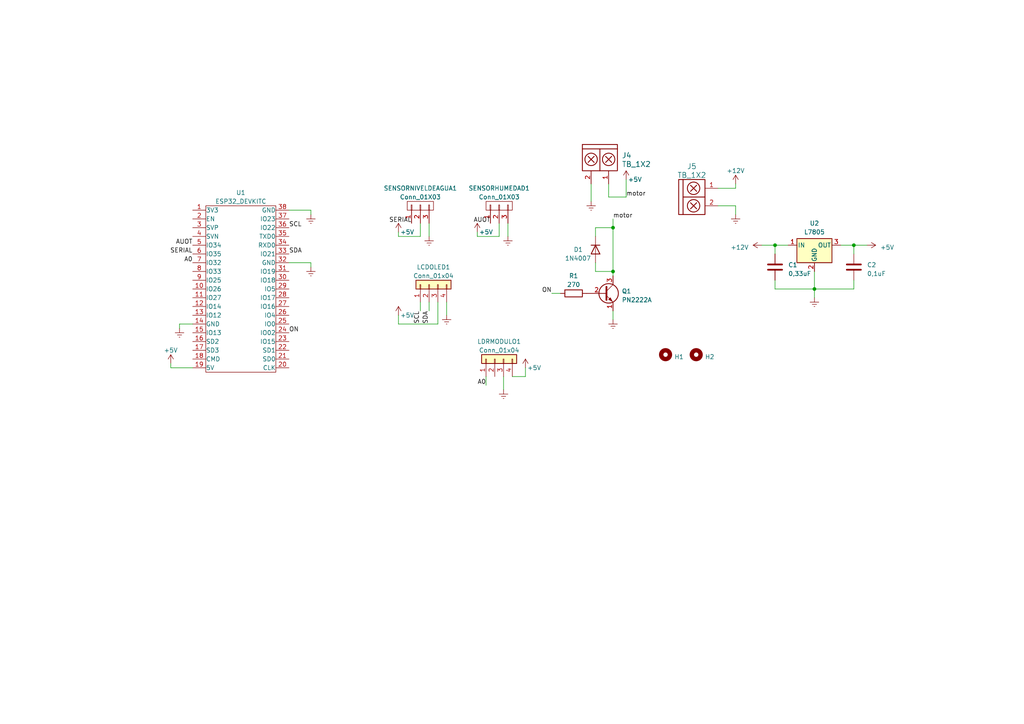
<source format=kicad_sch>
(kicad_sch (version 20230121) (generator eeschema)

  (uuid 95f6a210-5d10-43c2-9842-1e5a2410688b)

  (paper "A4")

  (lib_symbols
    (symbol "Device:C" (pin_numbers hide) (pin_names (offset 0.254)) (in_bom yes) (on_board yes)
      (property "Reference" "C" (at 0.635 2.54 0)
        (effects (font (size 1.27 1.27)) (justify left))
      )
      (property "Value" "C" (at 0.635 -2.54 0)
        (effects (font (size 1.27 1.27)) (justify left))
      )
      (property "Footprint" "" (at 0.9652 -3.81 0)
        (effects (font (size 1.27 1.27)) hide)
      )
      (property "Datasheet" "~" (at 0 0 0)
        (effects (font (size 1.27 1.27)) hide)
      )
      (property "ki_keywords" "cap capacitor" (at 0 0 0)
        (effects (font (size 1.27 1.27)) hide)
      )
      (property "ki_description" "Unpolarized capacitor" (at 0 0 0)
        (effects (font (size 1.27 1.27)) hide)
      )
      (property "ki_fp_filters" "C_*" (at 0 0 0)
        (effects (font (size 1.27 1.27)) hide)
      )
      (symbol "C_0_1"
        (polyline
          (pts
            (xy -2.032 -0.762)
            (xy 2.032 -0.762)
          )
          (stroke (width 0.508) (type default))
          (fill (type none))
        )
        (polyline
          (pts
            (xy -2.032 0.762)
            (xy 2.032 0.762)
          )
          (stroke (width 0.508) (type default))
          (fill (type none))
        )
      )
      (symbol "C_1_1"
        (pin passive line (at 0 3.81 270) (length 2.794)
          (name "~" (effects (font (size 1.27 1.27))))
          (number "1" (effects (font (size 1.27 1.27))))
        )
        (pin passive line (at 0 -3.81 90) (length 2.794)
          (name "~" (effects (font (size 1.27 1.27))))
          (number "2" (effects (font (size 1.27 1.27))))
        )
      )
    )
    (symbol "Device:R" (pin_numbers hide) (pin_names (offset 0)) (in_bom yes) (on_board yes)
      (property "Reference" "R" (at 2.032 0 90)
        (effects (font (size 1.27 1.27)))
      )
      (property "Value" "R" (at 0 0 90)
        (effects (font (size 1.27 1.27)))
      )
      (property "Footprint" "" (at -1.778 0 90)
        (effects (font (size 1.27 1.27)) hide)
      )
      (property "Datasheet" "~" (at 0 0 0)
        (effects (font (size 1.27 1.27)) hide)
      )
      (property "ki_keywords" "R res resistor" (at 0 0 0)
        (effects (font (size 1.27 1.27)) hide)
      )
      (property "ki_description" "Resistor" (at 0 0 0)
        (effects (font (size 1.27 1.27)) hide)
      )
      (property "ki_fp_filters" "R_*" (at 0 0 0)
        (effects (font (size 1.27 1.27)) hide)
      )
      (symbol "R_0_1"
        (rectangle (start -1.016 -2.54) (end 1.016 2.54)
          (stroke (width 0.254) (type default))
          (fill (type none))
        )
      )
      (symbol "R_1_1"
        (pin passive line (at 0 3.81 270) (length 1.27)
          (name "~" (effects (font (size 1.27 1.27))))
          (number "1" (effects (font (size 1.27 1.27))))
        )
        (pin passive line (at 0 -3.81 90) (length 1.27)
          (name "~" (effects (font (size 1.27 1.27))))
          (number "2" (effects (font (size 1.27 1.27))))
        )
      )
    )
    (symbol "Diode:1N4007" (pin_numbers hide) (pin_names hide) (in_bom yes) (on_board yes)
      (property "Reference" "D" (at 0 2.54 0)
        (effects (font (size 1.27 1.27)))
      )
      (property "Value" "1N4007" (at 0 -2.54 0)
        (effects (font (size 1.27 1.27)))
      )
      (property "Footprint" "Diode_THT:D_DO-41_SOD81_P10.16mm_Horizontal" (at 0 -4.445 0)
        (effects (font (size 1.27 1.27)) hide)
      )
      (property "Datasheet" "http://www.vishay.com/docs/88503/1n4001.pdf" (at 0 0 0)
        (effects (font (size 1.27 1.27)) hide)
      )
      (property "Sim.Device" "D" (at 0 0 0)
        (effects (font (size 1.27 1.27)) hide)
      )
      (property "Sim.Pins" "1=K 2=A" (at 0 0 0)
        (effects (font (size 1.27 1.27)) hide)
      )
      (property "ki_keywords" "diode" (at 0 0 0)
        (effects (font (size 1.27 1.27)) hide)
      )
      (property "ki_description" "1000V 1A General Purpose Rectifier Diode, DO-41" (at 0 0 0)
        (effects (font (size 1.27 1.27)) hide)
      )
      (property "ki_fp_filters" "D*DO?41*" (at 0 0 0)
        (effects (font (size 1.27 1.27)) hide)
      )
      (symbol "1N4007_0_1"
        (polyline
          (pts
            (xy -1.27 1.27)
            (xy -1.27 -1.27)
          )
          (stroke (width 0.254) (type default))
          (fill (type none))
        )
        (polyline
          (pts
            (xy 1.27 0)
            (xy -1.27 0)
          )
          (stroke (width 0) (type default))
          (fill (type none))
        )
        (polyline
          (pts
            (xy 1.27 1.27)
            (xy 1.27 -1.27)
            (xy -1.27 0)
            (xy 1.27 1.27)
          )
          (stroke (width 0.254) (type default))
          (fill (type none))
        )
      )
      (symbol "1N4007_1_1"
        (pin passive line (at -3.81 0 0) (length 2.54)
          (name "K" (effects (font (size 1.27 1.27))))
          (number "1" (effects (font (size 1.27 1.27))))
        )
        (pin passive line (at 3.81 0 180) (length 2.54)
          (name "A" (effects (font (size 1.27 1.27))))
          (number "2" (effects (font (size 1.27 1.27))))
        )
      )
    )
    (symbol "Regulator_Linear:L7805" (pin_names (offset 0.254)) (in_bom yes) (on_board yes)
      (property "Reference" "U" (at -3.81 3.175 0)
        (effects (font (size 1.27 1.27)))
      )
      (property "Value" "L7805" (at 0 3.175 0)
        (effects (font (size 1.27 1.27)) (justify left))
      )
      (property "Footprint" "" (at 0.635 -3.81 0)
        (effects (font (size 1.27 1.27) italic) (justify left) hide)
      )
      (property "Datasheet" "http://www.st.com/content/ccc/resource/technical/document/datasheet/41/4f/b3/b0/12/d4/47/88/CD00000444.pdf/files/CD00000444.pdf/jcr:content/translations/en.CD00000444.pdf" (at 0 -1.27 0)
        (effects (font (size 1.27 1.27)) hide)
      )
      (property "ki_keywords" "Voltage Regulator 1.5A Positive" (at 0 0 0)
        (effects (font (size 1.27 1.27)) hide)
      )
      (property "ki_description" "Positive 1.5A 35V Linear Regulator, Fixed Output 5V, TO-220/TO-263/TO-252" (at 0 0 0)
        (effects (font (size 1.27 1.27)) hide)
      )
      (property "ki_fp_filters" "TO?252* TO?263* TO?220*" (at 0 0 0)
        (effects (font (size 1.27 1.27)) hide)
      )
      (symbol "L7805_0_1"
        (rectangle (start -5.08 1.905) (end 5.08 -5.08)
          (stroke (width 0.254) (type default))
          (fill (type background))
        )
      )
      (symbol "L7805_1_1"
        (pin power_in line (at -7.62 0 0) (length 2.54)
          (name "IN" (effects (font (size 1.27 1.27))))
          (number "1" (effects (font (size 1.27 1.27))))
        )
        (pin power_in line (at 0 -7.62 90) (length 2.54)
          (name "GND" (effects (font (size 1.27 1.27))))
          (number "2" (effects (font (size 1.27 1.27))))
        )
        (pin power_out line (at 7.62 0 180) (length 2.54)
          (name "OUT" (effects (font (size 1.27 1.27))))
          (number "3" (effects (font (size 1.27 1.27))))
        )
      )
    )
    (symbol "Transistor_BJT:2N3904" (pin_names (offset 0) hide) (in_bom yes) (on_board yes)
      (property "Reference" "Q" (at 5.08 1.905 0)
        (effects (font (size 1.27 1.27)) (justify left))
      )
      (property "Value" "2N3904" (at 5.08 0 0)
        (effects (font (size 1.27 1.27)) (justify left))
      )
      (property "Footprint" "Package_TO_SOT_THT:TO-92_Inline" (at 5.08 -1.905 0)
        (effects (font (size 1.27 1.27) italic) (justify left) hide)
      )
      (property "Datasheet" "https://www.onsemi.com/pub/Collateral/2N3903-D.PDF" (at 0 0 0)
        (effects (font (size 1.27 1.27)) (justify left) hide)
      )
      (property "ki_keywords" "NPN Transistor" (at 0 0 0)
        (effects (font (size 1.27 1.27)) hide)
      )
      (property "ki_description" "0.2A Ic, 40V Vce, Small Signal NPN Transistor, TO-92" (at 0 0 0)
        (effects (font (size 1.27 1.27)) hide)
      )
      (property "ki_fp_filters" "TO?92*" (at 0 0 0)
        (effects (font (size 1.27 1.27)) hide)
      )
      (symbol "2N3904_0_1"
        (polyline
          (pts
            (xy 0.635 0.635)
            (xy 2.54 2.54)
          )
          (stroke (width 0) (type default))
          (fill (type none))
        )
        (polyline
          (pts
            (xy 0.635 -0.635)
            (xy 2.54 -2.54)
            (xy 2.54 -2.54)
          )
          (stroke (width 0) (type default))
          (fill (type none))
        )
        (polyline
          (pts
            (xy 0.635 1.905)
            (xy 0.635 -1.905)
            (xy 0.635 -1.905)
          )
          (stroke (width 0.508) (type default))
          (fill (type none))
        )
        (polyline
          (pts
            (xy 1.27 -1.778)
            (xy 1.778 -1.27)
            (xy 2.286 -2.286)
            (xy 1.27 -1.778)
            (xy 1.27 -1.778)
          )
          (stroke (width 0) (type default))
          (fill (type outline))
        )
        (circle (center 1.27 0) (radius 2.8194)
          (stroke (width 0.254) (type default))
          (fill (type none))
        )
      )
      (symbol "2N3904_1_1"
        (pin passive line (at 2.54 -5.08 90) (length 2.54)
          (name "E" (effects (font (size 1.27 1.27))))
          (number "1" (effects (font (size 1.27 1.27))))
        )
        (pin passive line (at -5.08 0 0) (length 5.715)
          (name "B" (effects (font (size 1.27 1.27))))
          (number "2" (effects (font (size 1.27 1.27))))
        )
        (pin passive line (at 2.54 5.08 270) (length 2.54)
          (name "C" (effects (font (size 1.27 1.27))))
          (number "3" (effects (font (size 1.27 1.27))))
        )
      )
    )
    (symbol "eestn5:Conn_01X03" (pin_names (offset 1.016) hide) (in_bom yes) (on_board yes)
      (property "Reference" "J" (at 0 5.08 0)
        (effects (font (size 1.27 1.27)))
      )
      (property "Value" "Conn_01X03" (at 0 -5.08 0)
        (effects (font (size 1.27 1.27)))
      )
      (property "Footprint" "" (at 0 0 0)
        (effects (font (size 1.27 1.27)) hide)
      )
      (property "Datasheet" "" (at 0 0 0)
        (effects (font (size 1.27 1.27)) hide)
      )
      (property "ki_keywords" "connector" (at 0 0 0)
        (effects (font (size 1.27 1.27)) hide)
      )
      (property "ki_description" "Connector, single row, 01x03, pin header" (at 0 0 0)
        (effects (font (size 1.27 1.27)) hide)
      )
      (property "ki_fp_filters" "pin* header*" (at 0 0 0)
        (effects (font (size 1.27 1.27)) hide)
      )
      (symbol "Conn_01X03_0_1"
        (rectangle (start -1.27 -2.413) (end 0.254 -2.667)
          (stroke (width 0) (type solid))
          (fill (type none))
        )
        (rectangle (start -1.27 0.127) (end 0.254 -0.127)
          (stroke (width 0) (type solid))
          (fill (type none))
        )
        (rectangle (start -1.27 2.667) (end 0.254 2.413)
          (stroke (width 0) (type solid))
          (fill (type none))
        )
        (rectangle (start -1.27 3.81) (end 1.27 -3.81)
          (stroke (width 0) (type solid))
          (fill (type none))
        )
      )
      (symbol "Conn_01X03_1_1"
        (pin passive line (at -5.08 2.54 0) (length 3.81)
          (name "P1" (effects (font (size 1.27 1.27))))
          (number "1" (effects (font (size 1.27 1.27))))
        )
        (pin passive line (at -5.08 0 0) (length 3.81)
          (name "P2" (effects (font (size 1.27 1.27))))
          (number "2" (effects (font (size 1.27 1.27))))
        )
        (pin passive line (at -5.08 -2.54 0) (length 3.81)
          (name "P3" (effects (font (size 1.27 1.27))))
          (number "3" (effects (font (size 1.27 1.27))))
        )
      )
    )
    (symbol "eestn5:Conn_01x04" (pin_names (offset 1.016) hide) (in_bom yes) (on_board yes)
      (property "Reference" "J" (at 0 5.08 0)
        (effects (font (size 1.27 1.27)))
      )
      (property "Value" "Conn_01x04" (at 0 -7.62 0)
        (effects (font (size 1.27 1.27)))
      )
      (property "Footprint" "" (at 0 0 0)
        (effects (font (size 1.27 1.27)) hide)
      )
      (property "Datasheet" "~" (at 0 0 0)
        (effects (font (size 1.27 1.27)) hide)
      )
      (property "ki_keywords" "connector" (at 0 0 0)
        (effects (font (size 1.27 1.27)) hide)
      )
      (property "ki_description" "Generic connector, single row, 01x04" (at 0 0 0)
        (effects (font (size 1.27 1.27)) hide)
      )
      (property "ki_fp_filters" "pin* header*" (at 0 0 0)
        (effects (font (size 1.27 1.27)) hide)
      )
      (symbol "Conn_01x04_1_1"
        (rectangle (start -1.27 -4.953) (end 0 -5.207)
          (stroke (width 0.1524) (type solid))
          (fill (type none))
        )
        (rectangle (start -1.27 -2.413) (end 0 -2.667)
          (stroke (width 0.1524) (type solid))
          (fill (type none))
        )
        (rectangle (start -1.27 0.127) (end 0 -0.127)
          (stroke (width 0.1524) (type solid))
          (fill (type none))
        )
        (rectangle (start -1.27 2.667) (end 0 2.413)
          (stroke (width 0.1524) (type solid))
          (fill (type none))
        )
        (rectangle (start -1.27 3.81) (end 1.27 -6.35)
          (stroke (width 0.254) (type solid))
          (fill (type background))
        )
        (pin passive line (at -5.08 2.54 0) (length 3.81)
          (name "Pin_1" (effects (font (size 1.27 1.27))))
          (number "1" (effects (font (size 1.27 1.27))))
        )
        (pin passive line (at -5.08 0 0) (length 3.81)
          (name "Pin_2" (effects (font (size 1.27 1.27))))
          (number "2" (effects (font (size 1.27 1.27))))
        )
        (pin passive line (at -5.08 -2.54 0) (length 3.81)
          (name "Pin_3" (effects (font (size 1.27 1.27))))
          (number "3" (effects (font (size 1.27 1.27))))
        )
        (pin passive line (at -5.08 -5.08 0) (length 3.81)
          (name "Pin_4" (effects (font (size 1.27 1.27))))
          (number "4" (effects (font (size 1.27 1.27))))
        )
      )
    )
    (symbol "eestn5:ESP32_DEVKITC" (pin_names (offset 0.0254)) (in_bom yes) (on_board yes)
      (property "Reference" "U" (at 0 25.4 0)
        (effects (font (size 1.27 1.27)))
      )
      (property "Value" "ESP32_DEVKITC" (at 0 -25.4 0)
        (effects (font (size 1.27 1.27)))
      )
      (property "Footprint" "" (at -7.62 -25.4 0)
        (effects (font (size 1.27 1.27)) hide)
      )
      (property "Datasheet" "" (at -7.62 -25.4 0)
        (effects (font (size 1.27 1.27)) hide)
      )
      (property "ki_description" "ESP32-DEVKITC" (at 0 0 0)
        (effects (font (size 1.27 1.27)) hide)
      )
      (property "ki_fp_filters" "ESP32*" (at 0 0 0)
        (effects (font (size 1.27 1.27)) hide)
      )
      (symbol "ESP32_DEVKITC_0_1"
        (rectangle (start -10.16 24.13) (end 10.16 -24.13)
          (stroke (width 0) (type solid))
          (fill (type none))
        )
      )
      (symbol "ESP32_DEVKITC_1_1"
        (pin passive line (at -13.97 22.86 0) (length 3.81)
          (name "3V3" (effects (font (size 1.27 1.27))))
          (number "1" (effects (font (size 1.27 1.27))))
        )
        (pin passive line (at -13.97 0 0) (length 3.81)
          (name "IO26" (effects (font (size 1.27 1.27))))
          (number "10" (effects (font (size 1.27 1.27))))
        )
        (pin passive line (at -13.97 -2.54 0) (length 3.81)
          (name "IO27" (effects (font (size 1.27 1.27))))
          (number "11" (effects (font (size 1.27 1.27))))
        )
        (pin passive line (at -13.97 -5.08 0) (length 3.81)
          (name "IO14" (effects (font (size 1.27 1.27))))
          (number "12" (effects (font (size 1.27 1.27))))
        )
        (pin passive line (at -13.97 -7.62 0) (length 3.81)
          (name "IO12" (effects (font (size 1.27 1.27))))
          (number "13" (effects (font (size 1.27 1.27))))
        )
        (pin passive line (at -13.97 -10.16 0) (length 3.81)
          (name "GND" (effects (font (size 1.27 1.27))))
          (number "14" (effects (font (size 1.27 1.27))))
        )
        (pin passive line (at -13.97 -12.7 0) (length 3.81)
          (name "IO13" (effects (font (size 1.27 1.27))))
          (number "15" (effects (font (size 1.27 1.27))))
        )
        (pin passive line (at -13.97 -15.24 0) (length 3.81)
          (name "SD2" (effects (font (size 1.27 1.27))))
          (number "16" (effects (font (size 1.27 1.27))))
        )
        (pin passive line (at -13.97 -17.78 0) (length 3.81)
          (name "SD3" (effects (font (size 1.27 1.27))))
          (number "17" (effects (font (size 1.27 1.27))))
        )
        (pin passive line (at -13.97 -20.32 0) (length 3.81)
          (name "CMD" (effects (font (size 1.27 1.27))))
          (number "18" (effects (font (size 1.27 1.27))))
        )
        (pin passive line (at -13.97 -22.86 0) (length 3.81)
          (name "5V" (effects (font (size 1.27 1.27))))
          (number "19" (effects (font (size 1.27 1.27))))
        )
        (pin passive line (at -13.97 20.32 0) (length 3.81)
          (name "EN" (effects (font (size 1.27 1.27))))
          (number "2" (effects (font (size 1.27 1.27))))
        )
        (pin passive line (at 13.97 -22.86 180) (length 3.81)
          (name "CLK" (effects (font (size 1.27 1.27))))
          (number "20" (effects (font (size 1.27 1.27))))
        )
        (pin passive line (at 13.97 -20.32 180) (length 3.81)
          (name "SD0" (effects (font (size 1.27 1.27))))
          (number "21" (effects (font (size 1.27 1.27))))
        )
        (pin passive line (at 13.97 -17.78 180) (length 3.81)
          (name "SD1" (effects (font (size 1.27 1.27))))
          (number "22" (effects (font (size 1.27 1.27))))
        )
        (pin passive line (at 13.97 -15.24 180) (length 3.81)
          (name "IO15" (effects (font (size 1.27 1.27))))
          (number "23" (effects (font (size 1.27 1.27))))
        )
        (pin passive line (at 13.97 -12.7 180) (length 3.81)
          (name "IO02" (effects (font (size 1.27 1.27))))
          (number "24" (effects (font (size 1.27 1.27))))
        )
        (pin passive line (at 13.97 -10.16 180) (length 3.81)
          (name "IO0" (effects (font (size 1.27 1.27))))
          (number "25" (effects (font (size 1.27 1.27))))
        )
        (pin passive line (at 13.97 -7.62 180) (length 3.81)
          (name "IO4" (effects (font (size 1.27 1.27))))
          (number "26" (effects (font (size 1.27 1.27))))
        )
        (pin passive line (at 13.97 -5.08 180) (length 3.81)
          (name "IO16" (effects (font (size 1.27 1.27))))
          (number "27" (effects (font (size 1.27 1.27))))
        )
        (pin passive line (at 13.97 -2.54 180) (length 3.81)
          (name "IO17" (effects (font (size 1.27 1.27))))
          (number "28" (effects (font (size 1.27 1.27))))
        )
        (pin passive line (at 13.97 0 180) (length 3.81)
          (name "IO5" (effects (font (size 1.27 1.27))))
          (number "29" (effects (font (size 1.27 1.27))))
        )
        (pin passive line (at -13.97 17.78 0) (length 3.81)
          (name "SVP" (effects (font (size 1.27 1.27))))
          (number "3" (effects (font (size 1.27 1.27))))
        )
        (pin passive line (at 13.97 2.54 180) (length 3.81)
          (name "IO18" (effects (font (size 1.27 1.27))))
          (number "30" (effects (font (size 1.27 1.27))))
        )
        (pin passive line (at 13.97 5.08 180) (length 3.81)
          (name "IO19" (effects (font (size 1.27 1.27))))
          (number "31" (effects (font (size 1.27 1.27))))
        )
        (pin passive line (at 13.97 7.62 180) (length 3.81)
          (name "GND" (effects (font (size 1.27 1.27))))
          (number "32" (effects (font (size 1.27 1.27))))
        )
        (pin passive line (at 13.97 10.16 180) (length 3.81)
          (name "IO21" (effects (font (size 1.27 1.27))))
          (number "33" (effects (font (size 1.27 1.27))))
        )
        (pin passive line (at 13.97 12.7 180) (length 3.81)
          (name "RXD0" (effects (font (size 1.27 1.27))))
          (number "34" (effects (font (size 1.27 1.27))))
        )
        (pin passive line (at 13.97 15.24 180) (length 3.81)
          (name "TXD0" (effects (font (size 1.27 1.27))))
          (number "35" (effects (font (size 1.27 1.27))))
        )
        (pin passive line (at 13.97 17.78 180) (length 3.81)
          (name "IO22" (effects (font (size 1.27 1.27))))
          (number "36" (effects (font (size 1.27 1.27))))
        )
        (pin passive line (at 13.97 20.32 180) (length 3.81)
          (name "IO23" (effects (font (size 1.27 1.27))))
          (number "37" (effects (font (size 1.27 1.27))))
        )
        (pin passive line (at 13.97 22.86 180) (length 3.81)
          (name "GND" (effects (font (size 1.27 1.27))))
          (number "38" (effects (font (size 1.27 1.27))))
        )
        (pin passive line (at -13.97 15.24 0) (length 3.81)
          (name "SVN" (effects (font (size 1.27 1.27))))
          (number "4" (effects (font (size 1.27 1.27))))
        )
        (pin passive line (at -13.97 12.7 0) (length 3.81)
          (name "IO34" (effects (font (size 1.27 1.27))))
          (number "5" (effects (font (size 1.27 1.27))))
        )
        (pin passive line (at -13.97 10.16 0) (length 3.81)
          (name "IO35" (effects (font (size 1.27 1.27))))
          (number "6" (effects (font (size 1.27 1.27))))
        )
        (pin passive line (at -13.97 7.62 0) (length 3.81)
          (name "IO32" (effects (font (size 1.27 1.27))))
          (number "7" (effects (font (size 1.27 1.27))))
        )
        (pin passive line (at -13.97 5.08 0) (length 3.81)
          (name "IO33" (effects (font (size 1.27 1.27))))
          (number "8" (effects (font (size 1.27 1.27))))
        )
        (pin passive line (at -13.97 2.54 0) (length 3.81)
          (name "IO25" (effects (font (size 1.27 1.27))))
          (number "9" (effects (font (size 1.27 1.27))))
        )
      )
    )
    (symbol "eestn5:Mounting_Hole" (pin_names (offset 1.016)) (in_bom yes) (on_board yes)
      (property "Reference" "H" (at 0 5.08 0)
        (effects (font (size 1.27 1.27)))
      )
      (property "Value" "Mounting_Hole" (at 0 3.175 0)
        (effects (font (size 1.27 1.27)) hide)
      )
      (property "Footprint" "" (at 0 0 0)
        (effects (font (size 1.524 1.524)) hide)
      )
      (property "Datasheet" "" (at 0 0 0)
        (effects (font (size 1.524 1.524)) hide)
      )
      (property "ki_keywords" "mounting hole" (at 0 0 0)
        (effects (font (size 1.27 1.27)) hide)
      )
      (property "ki_description" "Mounting Hole without connection" (at 0 0 0)
        (effects (font (size 1.27 1.27)) hide)
      )
      (property "ki_fp_filters" "hole* Logo* PAD* Separador* Cable*" (at 0 0 0)
        (effects (font (size 1.27 1.27)) hide)
      )
      (symbol "Mounting_Hole_0_1"
        (circle (center 0 0) (radius 1.27)
          (stroke (width 1.27) (type solid))
          (fill (type none))
        )
      )
    )
    (symbol "eestn5:TB_1X2" (pin_names (offset 1.016)) (in_bom yes) (on_board yes)
      (property "Reference" "J" (at 0 7.62 0)
        (effects (font (size 1.524 1.524)))
      )
      (property "Value" "TB_1X2" (at 1.27 -7.62 0)
        (effects (font (size 1.524 1.524)))
      )
      (property "Footprint" "" (at -1.27 1.27 0)
        (effects (font (size 1.524 1.524)))
      )
      (property "Datasheet" "" (at -1.27 1.27 0)
        (effects (font (size 1.524 1.524)))
      )
      (property "ki_fp_filters" "BORNERA* TB*" (at 0 0 0)
        (effects (font (size 1.27 1.27)) hide)
      )
      (symbol "TB_1X2_0_1"
        (rectangle (start -2.54 5.08) (end 5.08 -5.08)
          (stroke (width 0.254) (type solid))
          (fill (type none))
        )
        (polyline
          (pts
            (xy -1.27 0)
            (xy 5.08 0)
          )
          (stroke (width 0.254) (type solid))
          (fill (type none))
        )
        (polyline
          (pts
            (xy -1.27 5.08)
            (xy -1.27 -5.08)
          )
          (stroke (width 0.254) (type solid))
          (fill (type none))
        )
        (polyline
          (pts
            (xy 0.889 -3.429)
            (xy 2.667 -1.651)
          )
          (stroke (width 0.254) (type solid))
          (fill (type none))
        )
        (polyline
          (pts
            (xy 0.889 -1.651)
            (xy 2.667 -3.429)
          )
          (stroke (width 0.254) (type solid))
          (fill (type none))
        )
        (polyline
          (pts
            (xy 0.889 1.651)
            (xy 2.667 3.429)
          )
          (stroke (width 0.254) (type solid))
          (fill (type none))
        )
        (polyline
          (pts
            (xy 0.889 3.429)
            (xy 2.667 1.651)
          )
          (stroke (width 0.254) (type solid))
          (fill (type none))
        )
        (circle (center 1.778 -2.54) (radius 1.8034)
          (stroke (width 0.254) (type solid))
          (fill (type none))
        )
        (circle (center 1.778 2.54) (radius 1.8034)
          (stroke (width 0.254) (type solid))
          (fill (type none))
        )
      )
      (symbol "TB_1X2_1_1"
        (pin input line (at 8.89 2.54 180) (length 3.81)
          (name "~" (effects (font (size 1.27 1.27))))
          (number "1" (effects (font (size 1.27 1.27))))
        )
        (pin input line (at 8.89 -2.54 180) (length 3.81)
          (name "~" (effects (font (size 1.27 1.27))))
          (number "2" (effects (font (size 1.27 1.27))))
        )
      )
    )
    (symbol "power:+12V" (power) (pin_names (offset 0)) (in_bom yes) (on_board yes)
      (property "Reference" "#PWR" (at 0 -3.81 0)
        (effects (font (size 1.27 1.27)) hide)
      )
      (property "Value" "+12V" (at 0 3.556 0)
        (effects (font (size 1.27 1.27)))
      )
      (property "Footprint" "" (at 0 0 0)
        (effects (font (size 1.27 1.27)) hide)
      )
      (property "Datasheet" "" (at 0 0 0)
        (effects (font (size 1.27 1.27)) hide)
      )
      (property "ki_keywords" "global power" (at 0 0 0)
        (effects (font (size 1.27 1.27)) hide)
      )
      (property "ki_description" "Power symbol creates a global label with name \"+12V\"" (at 0 0 0)
        (effects (font (size 1.27 1.27)) hide)
      )
      (symbol "+12V_0_1"
        (polyline
          (pts
            (xy -0.762 1.27)
            (xy 0 2.54)
          )
          (stroke (width 0) (type default))
          (fill (type none))
        )
        (polyline
          (pts
            (xy 0 0)
            (xy 0 2.54)
          )
          (stroke (width 0) (type default))
          (fill (type none))
        )
        (polyline
          (pts
            (xy 0 2.54)
            (xy 0.762 1.27)
          )
          (stroke (width 0) (type default))
          (fill (type none))
        )
      )
      (symbol "+12V_1_1"
        (pin power_in line (at 0 0 90) (length 0) hide
          (name "+12V" (effects (font (size 1.27 1.27))))
          (number "1" (effects (font (size 1.27 1.27))))
        )
      )
    )
    (symbol "power:+5V" (power) (pin_names (offset 0)) (in_bom yes) (on_board yes)
      (property "Reference" "#PWR" (at 0 -3.81 0)
        (effects (font (size 1.27 1.27)) hide)
      )
      (property "Value" "+5V" (at 0 3.556 0)
        (effects (font (size 1.27 1.27)))
      )
      (property "Footprint" "" (at 0 0 0)
        (effects (font (size 1.27 1.27)) hide)
      )
      (property "Datasheet" "" (at 0 0 0)
        (effects (font (size 1.27 1.27)) hide)
      )
      (property "ki_keywords" "global power" (at 0 0 0)
        (effects (font (size 1.27 1.27)) hide)
      )
      (property "ki_description" "Power symbol creates a global label with name \"+5V\"" (at 0 0 0)
        (effects (font (size 1.27 1.27)) hide)
      )
      (symbol "+5V_0_1"
        (polyline
          (pts
            (xy -0.762 1.27)
            (xy 0 2.54)
          )
          (stroke (width 0) (type default))
          (fill (type none))
        )
        (polyline
          (pts
            (xy 0 0)
            (xy 0 2.54)
          )
          (stroke (width 0) (type default))
          (fill (type none))
        )
        (polyline
          (pts
            (xy 0 2.54)
            (xy 0.762 1.27)
          )
          (stroke (width 0) (type default))
          (fill (type none))
        )
      )
      (symbol "+5V_1_1"
        (pin power_in line (at 0 0 90) (length 0) hide
          (name "+5V" (effects (font (size 1.27 1.27))))
          (number "1" (effects (font (size 1.27 1.27))))
        )
      )
    )
    (symbol "power:Earth" (power) (pin_names (offset 0)) (in_bom yes) (on_board yes)
      (property "Reference" "#PWR" (at 0 -6.35 0)
        (effects (font (size 1.27 1.27)) hide)
      )
      (property "Value" "Earth" (at 0 -3.81 0)
        (effects (font (size 1.27 1.27)) hide)
      )
      (property "Footprint" "" (at 0 0 0)
        (effects (font (size 1.27 1.27)) hide)
      )
      (property "Datasheet" "~" (at 0 0 0)
        (effects (font (size 1.27 1.27)) hide)
      )
      (property "ki_keywords" "global ground gnd" (at 0 0 0)
        (effects (font (size 1.27 1.27)) hide)
      )
      (property "ki_description" "Power symbol creates a global label with name \"Earth\"" (at 0 0 0)
        (effects (font (size 1.27 1.27)) hide)
      )
      (symbol "Earth_0_1"
        (polyline
          (pts
            (xy -0.635 -1.905)
            (xy 0.635 -1.905)
          )
          (stroke (width 0) (type default))
          (fill (type none))
        )
        (polyline
          (pts
            (xy -0.127 -2.54)
            (xy 0.127 -2.54)
          )
          (stroke (width 0) (type default))
          (fill (type none))
        )
        (polyline
          (pts
            (xy 0 -1.27)
            (xy 0 0)
          )
          (stroke (width 0) (type default))
          (fill (type none))
        )
        (polyline
          (pts
            (xy 1.27 -1.27)
            (xy -1.27 -1.27)
          )
          (stroke (width 0) (type default))
          (fill (type none))
        )
      )
      (symbol "Earth_1_1"
        (pin power_in line (at 0 0 270) (length 0) hide
          (name "Earth" (effects (font (size 1.27 1.27))))
          (number "1" (effects (font (size 1.27 1.27))))
        )
      )
    )
  )

  (junction (at 236.22 83.82) (diameter 0) (color 0 0 0 0)
    (uuid 7c858a8d-bb1b-4032-87cd-efd43650af6e)
  )
  (junction (at 224.79 71.12) (diameter 0) (color 0 0 0 0)
    (uuid 8db13916-9718-4988-a3d6-cb5f88555607)
  )
  (junction (at 177.8 78.74) (diameter 0) (color 0 0 0 0)
    (uuid a6d10519-d1c8-477e-9df3-e10232555235)
  )
  (junction (at 177.8 66.04) (diameter 0) (color 0 0 0 0)
    (uuid af581159-59f5-4c3e-8945-b10fe257d30c)
  )
  (junction (at 247.65 71.12) (diameter 0) (color 0 0 0 0)
    (uuid ff307c04-25e6-4f17-8223-c5e380f98ce9)
  )

  (wire (pts (xy 121.92 68.58) (xy 115.57 68.58))
    (stroke (width 0) (type default))
    (uuid 09619331-2df5-485c-9f0c-3edd1c0a0941)
  )
  (wire (pts (xy 176.53 53.34) (xy 176.53 57.15))
    (stroke (width 0) (type default))
    (uuid 0e0241bd-ec96-47d2-9692-87d1465fb1a9)
  )
  (wire (pts (xy 172.72 66.04) (xy 172.72 68.58))
    (stroke (width 0) (type default))
    (uuid 118d06cb-a0a1-48bd-9d9c-475d03dacacd)
  )
  (wire (pts (xy 224.79 71.12) (xy 224.79 73.66))
    (stroke (width 0) (type default))
    (uuid 145b6b99-25ce-4637-b908-de7a96b404f3)
  )
  (wire (pts (xy 177.8 63.5) (xy 177.8 66.04))
    (stroke (width 0) (type default))
    (uuid 1a94f3a4-c2c9-4a79-a258-ddca14f1d250)
  )
  (wire (pts (xy 247.65 71.12) (xy 247.65 73.66))
    (stroke (width 0) (type default))
    (uuid 1cb138b0-e1ff-453b-99ed-f39ddb62c9ae)
  )
  (wire (pts (xy 243.84 71.12) (xy 247.65 71.12))
    (stroke (width 0) (type default))
    (uuid 20d9d349-04d5-49e9-b58d-d713d386dc72)
  )
  (wire (pts (xy 124.46 64.77) (xy 124.46 68.58))
    (stroke (width 0) (type default))
    (uuid 21835ba4-7f24-477d-8e41-fe8e9108ef68)
  )
  (wire (pts (xy 147.32 64.77) (xy 147.32 68.58))
    (stroke (width 0) (type default))
    (uuid 2aaf965d-ba0d-41ff-9d2d-51d10075320c)
  )
  (wire (pts (xy 224.79 81.28) (xy 224.79 83.82))
    (stroke (width 0) (type default))
    (uuid 2dd05d85-dbbb-454d-8ad2-78d4278f230a)
  )
  (wire (pts (xy 55.88 106.68) (xy 49.53 106.68))
    (stroke (width 0) (type default))
    (uuid 2fb42fe1-11ba-4a32-b7dd-350ff5826559)
  )
  (wire (pts (xy 213.36 54.61) (xy 208.28 54.61))
    (stroke (width 0) (type default))
    (uuid 32da63cc-8e13-4768-95db-d22a6e5ef885)
  )
  (wire (pts (xy 160.02 85.09) (xy 162.56 85.09))
    (stroke (width 0) (type default))
    (uuid 39d49ad1-a509-4676-ac19-e3a157c7a16b)
  )
  (wire (pts (xy 52.07 93.98) (xy 52.07 95.25))
    (stroke (width 0) (type default))
    (uuid 3f8cf3c8-9b52-4731-aa35-f216225addca)
  )
  (wire (pts (xy 247.65 71.12) (xy 251.46 71.12))
    (stroke (width 0) (type default))
    (uuid 41f951df-40f1-445c-96cd-7851ce0812e4)
  )
  (wire (pts (xy 152.4 109.22) (xy 152.4 106.68))
    (stroke (width 0) (type default))
    (uuid 4403d0ef-8ff3-4991-a688-ce4c017c6068)
  )
  (wire (pts (xy 181.61 52.07) (xy 181.61 57.15))
    (stroke (width 0) (type default))
    (uuid 4995c14f-85dc-4857-9aa9-420186d5dcab)
  )
  (wire (pts (xy 213.36 53.34) (xy 213.36 54.61))
    (stroke (width 0) (type default))
    (uuid 4d55eb1e-9f80-412b-a8ec-a113063907dd)
  )
  (wire (pts (xy 176.53 57.15) (xy 181.61 57.15))
    (stroke (width 0) (type default))
    (uuid 5061278b-869e-4c27-a9b7-008c04bca3a7)
  )
  (wire (pts (xy 115.57 93.98) (xy 115.57 91.44))
    (stroke (width 0) (type default))
    (uuid 51771b31-6cc0-4448-bca1-86221f48e993)
  )
  (wire (pts (xy 144.78 64.77) (xy 144.78 68.58))
    (stroke (width 0) (type default))
    (uuid 580629c6-e5de-49d7-99ee-6dd743a31ce3)
  )
  (wire (pts (xy 127 87.63) (xy 127 93.98))
    (stroke (width 0) (type default))
    (uuid 6390be8c-9366-4653-9402-dbfe86b70165)
  )
  (wire (pts (xy 124.46 90.17) (xy 124.46 87.63))
    (stroke (width 0) (type default))
    (uuid 68af9878-4b0b-4ccc-92b6-75d90ffec66c)
  )
  (wire (pts (xy 177.8 66.04) (xy 177.8 78.74))
    (stroke (width 0) (type default))
    (uuid 6a1376c9-0949-4e22-93f3-a9377d69f028)
  )
  (wire (pts (xy 140.97 111.76) (xy 140.97 109.22))
    (stroke (width 0) (type default))
    (uuid 6cd83ea3-85cf-4288-aeed-64e3a0b8cd81)
  )
  (wire (pts (xy 55.88 93.98) (xy 52.07 93.98))
    (stroke (width 0) (type default))
    (uuid 78d6142d-f140-41fd-8fc8-cefef5aace59)
  )
  (wire (pts (xy 90.17 76.2) (xy 90.17 77.47))
    (stroke (width 0) (type default))
    (uuid 7d122509-f598-431b-9f9d-c3d79e4ed8eb)
  )
  (wire (pts (xy 213.36 59.69) (xy 213.36 62.23))
    (stroke (width 0) (type default))
    (uuid 81629aeb-6720-4558-adce-e89d1e2d7b3f)
  )
  (wire (pts (xy 177.8 78.74) (xy 177.8 80.01))
    (stroke (width 0) (type default))
    (uuid 8262fe40-66ba-4c4e-ada3-35d430633f76)
  )
  (wire (pts (xy 172.72 76.2) (xy 172.72 78.74))
    (stroke (width 0) (type default))
    (uuid 870fe026-be91-4c1a-8c99-ae9e09cbaa5b)
  )
  (wire (pts (xy 144.78 68.58) (xy 138.43 68.58))
    (stroke (width 0) (type default))
    (uuid 8c3a47bd-4e9d-48b2-82f2-04095534a8fb)
  )
  (wire (pts (xy 121.92 64.77) (xy 121.92 68.58))
    (stroke (width 0) (type default))
    (uuid 97c0fadc-059a-4a7c-8392-940c22e839af)
  )
  (wire (pts (xy 146.05 109.22) (xy 146.05 113.03))
    (stroke (width 0) (type default))
    (uuid 9ec65fd4-6c38-414b-a346-399857af2e6c)
  )
  (wire (pts (xy 177.8 78.74) (xy 172.72 78.74))
    (stroke (width 0) (type default))
    (uuid 9f55871b-3f24-480c-a0cd-57f4882754b6)
  )
  (wire (pts (xy 247.65 81.28) (xy 247.65 83.82))
    (stroke (width 0) (type default))
    (uuid a0ad4b53-d147-4681-ae34-131271b891dc)
  )
  (wire (pts (xy 127 93.98) (xy 115.57 93.98))
    (stroke (width 0) (type default))
    (uuid a6a51690-b2eb-4830-8fb2-14a846d638c2)
  )
  (wire (pts (xy 148.59 109.22) (xy 152.4 109.22))
    (stroke (width 0) (type default))
    (uuid ab615cca-ea7f-4a28-b232-b1e44d498546)
  )
  (wire (pts (xy 83.82 76.2) (xy 90.17 76.2))
    (stroke (width 0) (type default))
    (uuid ae2d235a-4a11-4264-a683-1f35d5a4c14d)
  )
  (wire (pts (xy 138.43 67.31) (xy 138.43 68.58))
    (stroke (width 0) (type default))
    (uuid bab94616-e414-4eed-a3ac-fb80adc34854)
  )
  (wire (pts (xy 83.82 60.96) (xy 90.17 60.96))
    (stroke (width 0) (type default))
    (uuid bffcc8ca-f7a6-42d0-b0fb-8eaa47602919)
  )
  (wire (pts (xy 129.54 87.63) (xy 129.54 91.44))
    (stroke (width 0) (type default))
    (uuid c6efd8f6-8180-4b32-adc2-f0d084d2e7d2)
  )
  (wire (pts (xy 115.57 67.31) (xy 115.57 68.58))
    (stroke (width 0) (type default))
    (uuid ca9b08f8-9cea-43cb-9bc9-1cd5763eb424)
  )
  (wire (pts (xy 236.22 83.82) (xy 236.22 86.36))
    (stroke (width 0) (type default))
    (uuid d3617aca-e211-4af4-9a3d-55fb95c6c9fa)
  )
  (wire (pts (xy 49.53 106.68) (xy 49.53 105.41))
    (stroke (width 0) (type default))
    (uuid d4069a96-3860-40ca-a372-25529e53ea5d)
  )
  (wire (pts (xy 224.79 83.82) (xy 236.22 83.82))
    (stroke (width 0) (type default))
    (uuid d993839c-00fe-4a2a-b663-a1f651abbf34)
  )
  (wire (pts (xy 177.8 90.17) (xy 177.8 92.71))
    (stroke (width 0) (type default))
    (uuid e0e24034-067f-4637-bd38-92e233329fb7)
  )
  (wire (pts (xy 224.79 71.12) (xy 228.6 71.12))
    (stroke (width 0) (type default))
    (uuid e59c3280-09ea-47fb-aed5-627c5469179b)
  )
  (wire (pts (xy 247.65 83.82) (xy 236.22 83.82))
    (stroke (width 0) (type default))
    (uuid e5ff3611-d9c9-4213-8f21-e2952bb2a0c1)
  )
  (wire (pts (xy 236.22 78.74) (xy 236.22 83.82))
    (stroke (width 0) (type default))
    (uuid ec6a6ebd-6acd-4f5b-ba21-26f97f1616ca)
  )
  (wire (pts (xy 220.98 71.12) (xy 224.79 71.12))
    (stroke (width 0) (type default))
    (uuid f01ab511-95b7-43c2-90d2-8e34a715c9f9)
  )
  (wire (pts (xy 121.92 90.17) (xy 121.92 87.63))
    (stroke (width 0) (type default))
    (uuid f3dc75d0-7b24-4887-97ce-447d20ba5c5e)
  )
  (wire (pts (xy 208.28 59.69) (xy 213.36 59.69))
    (stroke (width 0) (type default))
    (uuid f69857ab-f47c-467e-95bc-1bcd681b06b0)
  )
  (wire (pts (xy 90.17 60.96) (xy 90.17 62.23))
    (stroke (width 0) (type default))
    (uuid f9579c41-ef6a-40a1-a786-a6e7d3a2122d)
  )
  (wire (pts (xy 172.72 66.04) (xy 177.8 66.04))
    (stroke (width 0) (type default))
    (uuid fb45f534-0d57-4a22-8059-82fdcd7f63ce)
  )
  (wire (pts (xy 171.45 53.34) (xy 171.45 58.42))
    (stroke (width 0) (type default))
    (uuid fbc9da27-830a-4bcc-9aeb-8fb38278eefd)
  )

  (label "ON" (at 160.02 85.09 180) (fields_autoplaced)
    (effects (font (size 1.27 1.27)) (justify right bottom))
    (uuid 2a543fdb-81ac-48ea-9398-74e6d82b0aba)
  )
  (label "SCL" (at 83.82 66.04 0) (fields_autoplaced)
    (effects (font (size 1.27 1.27)) (justify left bottom))
    (uuid 31d3f068-3738-4658-b2fd-d573792122a8)
  )
  (label "AUOT" (at 142.24 64.77 180) (fields_autoplaced)
    (effects (font (size 1.27 1.27)) (justify right bottom))
    (uuid 36b8c640-b6af-4416-90d7-3c7447aa802c)
  )
  (label "SCL" (at 121.92 90.17 270) (fields_autoplaced)
    (effects (font (size 1.27 1.27)) (justify right bottom))
    (uuid 4066d18f-acbf-405c-b8cf-6a840faf1558)
  )
  (label "SERIAL" (at 119.38 64.77 180) (fields_autoplaced)
    (effects (font (size 1.27 1.27)) (justify right bottom))
    (uuid 498489a9-1e5c-4dfd-8d8f-e36efc7edd15)
  )
  (label "motor" (at 181.61 57.15 0) (fields_autoplaced)
    (effects (font (size 1.27 1.27)) (justify left bottom))
    (uuid 513f7a3c-1197-4dc8-836b-6f1be1afe716)
  )
  (label "SDA" (at 83.82 73.66 0) (fields_autoplaced)
    (effects (font (size 1.27 1.27)) (justify left bottom))
    (uuid 837ae350-db74-427f-91ad-931fa7880f5a)
  )
  (label "SDA" (at 124.46 90.17 270) (fields_autoplaced)
    (effects (font (size 1.27 1.27)) (justify right bottom))
    (uuid 84cc09c7-050a-422e-83f2-454040feb787)
  )
  (label "A0" (at 55.88 76.2 180) (fields_autoplaced)
    (effects (font (size 1.27 1.27)) (justify right bottom))
    (uuid 869bd48d-546e-4e49-8910-0f7a6d321f64)
  )
  (label "A0" (at 140.97 111.76 180) (fields_autoplaced)
    (effects (font (size 1.27 1.27)) (justify right bottom))
    (uuid b6cfde97-96b3-43f3-8703-826a41de956d)
  )
  (label "AUOT" (at 55.88 71.12 180) (fields_autoplaced)
    (effects (font (size 1.27 1.27)) (justify right bottom))
    (uuid c07d5101-349c-492c-885d-5e05d0b9db2a)
  )
  (label "ON" (at 83.82 96.52 0) (fields_autoplaced)
    (effects (font (size 1.27 1.27)) (justify left bottom))
    (uuid c1dd995d-2718-443e-9091-212b12584481)
  )
  (label "motor" (at 177.8 63.5 0) (fields_autoplaced)
    (effects (font (size 1.27 1.27)) (justify left bottom))
    (uuid d3b2494e-137c-40c1-b35f-67cc8e7299f8)
  )
  (label "SERIAL" (at 55.88 73.66 180) (fields_autoplaced)
    (effects (font (size 1.27 1.27)) (justify right bottom))
    (uuid f9ea9a07-52f7-4e9b-ae17-6df261592cf2)
  )

  (symbol (lib_id "power:+12V") (at 213.36 53.34 0) (unit 1)
    (in_bom yes) (on_board yes) (dnp no) (fields_autoplaced)
    (uuid 01f53225-4459-4c2d-9e4b-5e4fcf1c52a9)
    (property "Reference" "#PWR03" (at 213.36 57.15 0)
      (effects (font (size 1.27 1.27)) hide)
    )
    (property "Value" "+12V" (at 213.36 49.53 0)
      (effects (font (size 1.27 1.27)))
    )
    (property "Footprint" "" (at 213.36 53.34 0)
      (effects (font (size 1.27 1.27)) hide)
    )
    (property "Datasheet" "" (at 213.36 53.34 0)
      (effects (font (size 1.27 1.27)) hide)
    )
    (pin "1" (uuid 37e1077f-f3d4-4338-badc-104f837f8612))
    (instances
      (project "fotosintX"
        (path "/95f6a210-5d10-43c2-9842-1e5a2410688b"
          (reference "#PWR03") (unit 1)
        )
      )
    )
  )

  (symbol (lib_id "power:Earth") (at 52.07 95.25 0) (unit 1)
    (in_bom yes) (on_board yes) (dnp no) (fields_autoplaced)
    (uuid 02c45c0c-2679-4c72-9f93-82b7b2b89570)
    (property "Reference" "#PWR014" (at 52.07 101.6 0)
      (effects (font (size 1.27 1.27)) hide)
    )
    (property "Value" "Earth" (at 52.07 99.06 0)
      (effects (font (size 1.27 1.27)) hide)
    )
    (property "Footprint" "" (at 52.07 95.25 0)
      (effects (font (size 1.27 1.27)) hide)
    )
    (property "Datasheet" "~" (at 52.07 95.25 0)
      (effects (font (size 1.27 1.27)) hide)
    )
    (pin "1" (uuid ea5fc833-a205-4302-aa15-a23f3b0bb61b))
    (instances
      (project "fotosintX"
        (path "/95f6a210-5d10-43c2-9842-1e5a2410688b"
          (reference "#PWR014") (unit 1)
        )
      )
    )
  )

  (symbol (lib_id "eestn5:TB_1X2") (at 173.99 44.45 270) (unit 1)
    (in_bom yes) (on_board yes) (dnp no) (fields_autoplaced)
    (uuid 0e537799-fcd8-48a3-b3db-0eade1e32974)
    (property "Reference" "J4" (at 180.34 45.085 90)
      (effects (font (size 1.524 1.524)) (justify left))
    )
    (property "Value" "TB_1X2" (at 180.34 47.625 90)
      (effects (font (size 1.524 1.524)) (justify left))
    )
    (property "Footprint" "eestn5:BORNERA2" (at 175.26 43.18 0)
      (effects (font (size 1.524 1.524)) hide)
    )
    (property "Datasheet" "" (at 175.26 43.18 0)
      (effects (font (size 1.524 1.524)))
    )
    (pin "1" (uuid 2b5800a7-13ba-41cf-ae07-52c4a63ba660))
    (pin "2" (uuid ccc662d3-b613-428c-9ea1-f193c43bb4a0))
    (instances
      (project "fotosintX"
        (path "/95f6a210-5d10-43c2-9842-1e5a2410688b"
          (reference "J4") (unit 1)
        )
      )
    )
  )

  (symbol (lib_id "power:Earth") (at 147.32 68.58 0) (unit 1)
    (in_bom yes) (on_board yes) (dnp no) (fields_autoplaced)
    (uuid 1f97cd32-4adf-4fc4-96ec-eaac35291d12)
    (property "Reference" "#PWR013" (at 147.32 74.93 0)
      (effects (font (size 1.27 1.27)) hide)
    )
    (property "Value" "Earth" (at 147.32 72.39 0)
      (effects (font (size 1.27 1.27)) hide)
    )
    (property "Footprint" "" (at 147.32 68.58 0)
      (effects (font (size 1.27 1.27)) hide)
    )
    (property "Datasheet" "~" (at 147.32 68.58 0)
      (effects (font (size 1.27 1.27)) hide)
    )
    (pin "1" (uuid 0703636e-bd40-49a7-a81e-f84022b4a324))
    (instances
      (project "fotosintX"
        (path "/95f6a210-5d10-43c2-9842-1e5a2410688b"
          (reference "#PWR013") (unit 1)
        )
      )
    )
  )

  (symbol (lib_id "Device:C") (at 224.79 77.47 0) (unit 1)
    (in_bom yes) (on_board yes) (dnp no) (fields_autoplaced)
    (uuid 232ca13d-a2bd-45b7-9bc4-c2fe198c650c)
    (property "Reference" "C1" (at 228.6 76.835 0)
      (effects (font (size 1.27 1.27)) (justify left))
    )
    (property "Value" "0,33uF" (at 228.6 79.375 0)
      (effects (font (size 1.27 1.27)) (justify left))
    )
    (property "Footprint" "eestn5:CAP_0.1" (at 225.7552 81.28 0)
      (effects (font (size 1.27 1.27)) hide)
    )
    (property "Datasheet" "~" (at 224.79 77.47 0)
      (effects (font (size 1.27 1.27)) hide)
    )
    (pin "1" (uuid 33fa5077-4b57-4f87-acf2-11db5badd073))
    (pin "2" (uuid f37661a8-748f-44e0-8b15-78f69474a700))
    (instances
      (project "fotosintX"
        (path "/95f6a210-5d10-43c2-9842-1e5a2410688b"
          (reference "C1") (unit 1)
        )
      )
    )
  )

  (symbol (lib_id "eestn5:Conn_01X03") (at 144.78 59.69 90) (unit 1)
    (in_bom yes) (on_board yes) (dnp no)
    (uuid 23b9366d-2c1d-4554-865a-b6dfa28bcc22)
    (property "Reference" "SENSORHUMEDAD1" (at 144.78 54.61 90)
      (effects (font (size 1.27 1.27)))
    )
    (property "Value" "Conn_01X03" (at 144.78 57.15 90)
      (effects (font (size 1.27 1.27)))
    )
    (property "Footprint" "eestn5:Pin_Strip_3" (at 144.78 59.69 0)
      (effects (font (size 1.27 1.27)) hide)
    )
    (property "Datasheet" "" (at 144.78 59.69 0)
      (effects (font (size 1.27 1.27)) hide)
    )
    (pin "1" (uuid 016113ef-fc11-402a-a4d4-353c16b559c0))
    (pin "2" (uuid df098242-dc26-4473-9d5b-f1ed5840b21c))
    (pin "3" (uuid e896b3d8-e6a9-415c-8907-2baf019d4d68))
    (instances
      (project "fotosintX"
        (path "/95f6a210-5d10-43c2-9842-1e5a2410688b"
          (reference "SENSORHUMEDAD1") (unit 1)
        )
      )
    )
  )

  (symbol (lib_id "power:+5V") (at 115.57 91.44 0) (unit 1)
    (in_bom yes) (on_board yes) (dnp no)
    (uuid 31818533-5e81-4e1b-b0f2-7cd7675aeb30)
    (property "Reference" "#PWR016" (at 115.57 95.25 0)
      (effects (font (size 1.27 1.27)) hide)
    )
    (property "Value" "+5V" (at 118.11 91.44 0)
      (effects (font (size 1.27 1.27)))
    )
    (property "Footprint" "" (at 115.57 91.44 0)
      (effects (font (size 1.27 1.27)) hide)
    )
    (property "Datasheet" "" (at 115.57 91.44 0)
      (effects (font (size 1.27 1.27)) hide)
    )
    (pin "1" (uuid 415469d5-411b-4d65-bc21-87ee147caa87))
    (instances
      (project "fotosintX"
        (path "/95f6a210-5d10-43c2-9842-1e5a2410688b"
          (reference "#PWR016") (unit 1)
        )
      )
    )
  )

  (symbol (lib_id "power:+12V") (at 220.98 71.12 90) (unit 1)
    (in_bom yes) (on_board yes) (dnp no) (fields_autoplaced)
    (uuid 343e0b2f-b4fa-4128-84d8-995189bdaa81)
    (property "Reference" "#PWR05" (at 224.79 71.12 0)
      (effects (font (size 1.27 1.27)) hide)
    )
    (property "Value" "+12V" (at 217.17 71.755 90)
      (effects (font (size 1.27 1.27)) (justify left))
    )
    (property "Footprint" "" (at 220.98 71.12 0)
      (effects (font (size 1.27 1.27)) hide)
    )
    (property "Datasheet" "" (at 220.98 71.12 0)
      (effects (font (size 1.27 1.27)) hide)
    )
    (pin "1" (uuid f97b5aac-a0f8-4825-acc6-e673525252d5))
    (instances
      (project "fotosintX"
        (path "/95f6a210-5d10-43c2-9842-1e5a2410688b"
          (reference "#PWR05") (unit 1)
        )
      )
    )
  )

  (symbol (lib_id "power:+5V") (at 115.57 67.31 0) (unit 1)
    (in_bom yes) (on_board yes) (dnp no)
    (uuid 38af0dff-9ef8-4d0c-a6ee-99cb355bdf33)
    (property "Reference" "#PWR011" (at 115.57 71.12 0)
      (effects (font (size 1.27 1.27)) hide)
    )
    (property "Value" "+5V" (at 118.11 67.31 0)
      (effects (font (size 1.27 1.27)))
    )
    (property "Footprint" "" (at 115.57 67.31 0)
      (effects (font (size 1.27 1.27)) hide)
    )
    (property "Datasheet" "" (at 115.57 67.31 0)
      (effects (font (size 1.27 1.27)) hide)
    )
    (pin "1" (uuid 3eb4d670-bdb9-4602-a78f-4a1b27170b2e))
    (instances
      (project "fotosintX"
        (path "/95f6a210-5d10-43c2-9842-1e5a2410688b"
          (reference "#PWR011") (unit 1)
        )
      )
    )
  )

  (symbol (lib_id "eestn5:Mounting_Hole") (at 193.04 102.87 0) (unit 1)
    (in_bom yes) (on_board yes) (dnp no) (fields_autoplaced)
    (uuid 3ba3154b-71a4-4350-a95f-48a3268afcdf)
    (property "Reference" "H1" (at 195.58 103.505 0)
      (effects (font (size 1.27 1.27)) (justify left))
    )
    (property "Value" "Mounting_Hole" (at 193.04 99.695 0)
      (effects (font (size 1.27 1.27)) hide)
    )
    (property "Footprint" "eestn5:hole_3mm" (at 193.04 102.87 0)
      (effects (font (size 1.524 1.524)) hide)
    )
    (property "Datasheet" "" (at 193.04 102.87 0)
      (effects (font (size 1.524 1.524)) hide)
    )
    (instances
      (project "fotosintX"
        (path "/95f6a210-5d10-43c2-9842-1e5a2410688b"
          (reference "H1") (unit 1)
        )
      )
    )
  )

  (symbol (lib_id "Device:C") (at 247.65 77.47 0) (unit 1)
    (in_bom yes) (on_board yes) (dnp no) (fields_autoplaced)
    (uuid 4363e50c-a41e-41a6-97dd-c4f93a39cc8b)
    (property "Reference" "C2" (at 251.46 76.835 0)
      (effects (font (size 1.27 1.27)) (justify left))
    )
    (property "Value" "0,1uF" (at 251.46 79.375 0)
      (effects (font (size 1.27 1.27)) (justify left))
    )
    (property "Footprint" "eestn5:CAP_0.1" (at 248.6152 81.28 0)
      (effects (font (size 1.27 1.27)) hide)
    )
    (property "Datasheet" "~" (at 247.65 77.47 0)
      (effects (font (size 1.27 1.27)) hide)
    )
    (pin "1" (uuid 026c4f5e-8531-4711-9e55-bcca9e2944dd))
    (pin "2" (uuid 12270b0b-d768-4697-88ae-49eb7dbdfcb4))
    (instances
      (project "fotosintX"
        (path "/95f6a210-5d10-43c2-9842-1e5a2410688b"
          (reference "C2") (unit 1)
        )
      )
    )
  )

  (symbol (lib_id "Transistor_BJT:2N3904") (at 175.26 85.09 0) (unit 1)
    (in_bom yes) (on_board yes) (dnp no) (fields_autoplaced)
    (uuid 46333885-11bb-4360-b7ca-c5e44b1784f8)
    (property "Reference" "Q1" (at 180.34 84.455 0)
      (effects (font (size 1.27 1.27)) (justify left))
    )
    (property "Value" "PN2222A" (at 180.34 86.995 0)
      (effects (font (size 1.27 1.27)) (justify left))
    )
    (property "Footprint" "Package_TO_SOT_THT:TO-92_Wide" (at 180.34 86.995 0)
      (effects (font (size 1.27 1.27) italic) (justify left) hide)
    )
    (property "Datasheet" "https://www.onsemi.com/pub/Collateral/2N3903-D.PDF" (at 175.26 85.09 0)
      (effects (font (size 1.27 1.27)) (justify left) hide)
    )
    (pin "1" (uuid a4ef510a-23d8-44df-850e-0b505ab3005a))
    (pin "2" (uuid 8abc5176-cf69-4419-abd3-a628533c973b))
    (pin "3" (uuid c3ce22e4-403a-4801-a45e-d8a29d49281a))
    (instances
      (project "fotosintX"
        (path "/95f6a210-5d10-43c2-9842-1e5a2410688b"
          (reference "Q1") (unit 1)
        )
      )
    )
  )

  (symbol (lib_id "power:Earth") (at 236.22 86.36 0) (unit 1)
    (in_bom yes) (on_board yes) (dnp no) (fields_autoplaced)
    (uuid 498bc14e-0339-493e-90ba-b0291e002722)
    (property "Reference" "#PWR06" (at 236.22 92.71 0)
      (effects (font (size 1.27 1.27)) hide)
    )
    (property "Value" "Earth" (at 236.22 90.17 0)
      (effects (font (size 1.27 1.27)) hide)
    )
    (property "Footprint" "" (at 236.22 86.36 0)
      (effects (font (size 1.27 1.27)) hide)
    )
    (property "Datasheet" "~" (at 236.22 86.36 0)
      (effects (font (size 1.27 1.27)) hide)
    )
    (pin "1" (uuid 2ef72efa-a678-4994-9a7d-640526b3d31a))
    (instances
      (project "fotosintX"
        (path "/95f6a210-5d10-43c2-9842-1e5a2410688b"
          (reference "#PWR06") (unit 1)
        )
      )
    )
  )

  (symbol (lib_id "Device:R") (at 166.37 85.09 270) (unit 1)
    (in_bom yes) (on_board yes) (dnp no) (fields_autoplaced)
    (uuid 4a296e9c-9cb3-41b4-946a-1f56ac2ad510)
    (property "Reference" "R1" (at 166.37 80.01 90)
      (effects (font (size 1.27 1.27)))
    )
    (property "Value" "270" (at 166.37 82.55 90)
      (effects (font (size 1.27 1.27)))
    )
    (property "Footprint" "eestn5:RES0.3" (at 166.37 83.312 90)
      (effects (font (size 1.27 1.27)) hide)
    )
    (property "Datasheet" "~" (at 166.37 85.09 0)
      (effects (font (size 1.27 1.27)) hide)
    )
    (pin "1" (uuid ccf4a68d-4316-4eac-81f5-8fed7fce15ac))
    (pin "2" (uuid 2dac03cd-47d2-43bf-a04f-28da36ea7030))
    (instances
      (project "fotosintX"
        (path "/95f6a210-5d10-43c2-9842-1e5a2410688b"
          (reference "R1") (unit 1)
        )
      )
    )
  )

  (symbol (lib_id "power:+5V") (at 152.4 106.68 0) (unit 1)
    (in_bom yes) (on_board yes) (dnp no)
    (uuid 57307a94-aa44-4205-b1bf-8888af272db9)
    (property "Reference" "#PWR018" (at 152.4 110.49 0)
      (effects (font (size 1.27 1.27)) hide)
    )
    (property "Value" "+5V" (at 154.94 106.68 0)
      (effects (font (size 1.27 1.27)))
    )
    (property "Footprint" "" (at 152.4 106.68 0)
      (effects (font (size 1.27 1.27)) hide)
    )
    (property "Datasheet" "" (at 152.4 106.68 0)
      (effects (font (size 1.27 1.27)) hide)
    )
    (pin "1" (uuid df02c393-b7ee-40b2-bec7-442955f5c77f))
    (instances
      (project "fotosintX"
        (path "/95f6a210-5d10-43c2-9842-1e5a2410688b"
          (reference "#PWR018") (unit 1)
        )
      )
    )
  )

  (symbol (lib_id "power:+5V") (at 251.46 71.12 270) (unit 1)
    (in_bom yes) (on_board yes) (dnp no) (fields_autoplaced)
    (uuid 5fa43ef4-15e6-4986-85f2-530217fc8013)
    (property "Reference" "#PWR07" (at 247.65 71.12 0)
      (effects (font (size 1.27 1.27)) hide)
    )
    (property "Value" "+5V" (at 255.27 71.755 90)
      (effects (font (size 1.27 1.27)) (justify left))
    )
    (property "Footprint" "" (at 251.46 71.12 0)
      (effects (font (size 1.27 1.27)) hide)
    )
    (property "Datasheet" "" (at 251.46 71.12 0)
      (effects (font (size 1.27 1.27)) hide)
    )
    (pin "1" (uuid 5202c049-63c6-4af1-a673-882c9c00958a))
    (instances
      (project "fotosintX"
        (path "/95f6a210-5d10-43c2-9842-1e5a2410688b"
          (reference "#PWR07") (unit 1)
        )
      )
    )
  )

  (symbol (lib_id "power:Earth") (at 90.17 77.47 0) (unit 1)
    (in_bom yes) (on_board yes) (dnp no) (fields_autoplaced)
    (uuid 6ffdd35b-8ef9-4c31-afb6-fbb060ecd8ac)
    (property "Reference" "#PWR015" (at 90.17 83.82 0)
      (effects (font (size 1.27 1.27)) hide)
    )
    (property "Value" "Earth" (at 90.17 81.28 0)
      (effects (font (size 1.27 1.27)) hide)
    )
    (property "Footprint" "" (at 90.17 77.47 0)
      (effects (font (size 1.27 1.27)) hide)
    )
    (property "Datasheet" "~" (at 90.17 77.47 0)
      (effects (font (size 1.27 1.27)) hide)
    )
    (pin "1" (uuid ac01fa1f-badb-4ae7-91ba-f6b984cece37))
    (instances
      (project "fotosintX"
        (path "/95f6a210-5d10-43c2-9842-1e5a2410688b"
          (reference "#PWR015") (unit 1)
        )
      )
    )
  )

  (symbol (lib_id "Regulator_Linear:L7805") (at 236.22 71.12 0) (unit 1)
    (in_bom yes) (on_board yes) (dnp no) (fields_autoplaced)
    (uuid 71fe59b9-8f4b-43aa-b2b5-b738ae927eec)
    (property "Reference" "U2" (at 236.22 64.77 0)
      (effects (font (size 1.27 1.27)))
    )
    (property "Value" "L7805" (at 236.22 67.31 0)
      (effects (font (size 1.27 1.27)))
    )
    (property "Footprint" "eestn5:TO-220" (at 236.855 74.93 0)
      (effects (font (size 1.27 1.27) italic) (justify left) hide)
    )
    (property "Datasheet" "http://www.st.com/content/ccc/resource/technical/document/datasheet/41/4f/b3/b0/12/d4/47/88/CD00000444.pdf/files/CD00000444.pdf/jcr:content/translations/en.CD00000444.pdf" (at 236.22 72.39 0)
      (effects (font (size 1.27 1.27)) hide)
    )
    (pin "1" (uuid 297e7cb1-e427-4550-b8e4-ee812598a17c))
    (pin "2" (uuid b0f213d2-74cc-4980-8cc4-64fc86cc1291))
    (pin "3" (uuid c8e31b4b-7d15-424b-8c30-e3560f8b1c7a))
    (instances
      (project "fotosintX"
        (path "/95f6a210-5d10-43c2-9842-1e5a2410688b"
          (reference "U2") (unit 1)
        )
      )
    )
  )

  (symbol (lib_id "eestn5:ESP32_DEVKITC") (at 69.85 83.82 0) (unit 1)
    (in_bom yes) (on_board yes) (dnp no) (fields_autoplaced)
    (uuid 79991c9e-841e-4af9-9f6d-19b4c40c236e)
    (property "Reference" "U1" (at 69.85 55.88 0)
      (effects (font (size 1.27 1.27)))
    )
    (property "Value" "ESP32_DEVKITC" (at 69.85 58.42 0)
      (effects (font (size 1.27 1.27)))
    )
    (property "Footprint" "eestn5:ESP32S" (at 62.23 109.22 0)
      (effects (font (size 1.27 1.27)) hide)
    )
    (property "Datasheet" "" (at 62.23 109.22 0)
      (effects (font (size 1.27 1.27)) hide)
    )
    (pin "1" (uuid a95601a1-061a-472e-9d8f-78915b48de8c))
    (pin "10" (uuid 34a76cb9-68ec-4ebb-b75b-f52cce15edbf))
    (pin "11" (uuid 3d823501-3397-4acf-9cf5-6fc53a9e28f2))
    (pin "12" (uuid 74897641-1c2d-4653-8bcd-d374d1cbf5a4))
    (pin "13" (uuid 766f4a29-cd40-40e6-88f7-7a968c03ae37))
    (pin "14" (uuid 009c23ba-932e-43c9-a83e-09f556220052))
    (pin "15" (uuid 6dd3ab23-3857-4891-9b97-75f596a4a753))
    (pin "16" (uuid b632fb24-80d4-4ae7-beb1-d4ef8f9ee5be))
    (pin "17" (uuid e096719e-8968-4951-84ed-0d6054401d5a))
    (pin "18" (uuid eb631d0b-be90-403f-922b-7fc46311a827))
    (pin "19" (uuid 939057fc-90c3-4989-bbb8-d22fab7547ca))
    (pin "2" (uuid 88560b08-113f-4ba7-815f-5ab3e71fffce))
    (pin "20" (uuid 48313bd5-72d5-4fac-99f4-0374f5af2ad0))
    (pin "21" (uuid 9e2db861-7b9c-4239-8d15-c8a3a3f936e7))
    (pin "22" (uuid 6d2996de-c199-4339-b077-822a47204abe))
    (pin "23" (uuid 97003bb1-5cda-47ed-a549-b230235af5ac))
    (pin "24" (uuid 87e390de-0d96-4d55-919a-2c741ee56da0))
    (pin "25" (uuid 3b0c0e6b-1670-4010-b6a8-ffbe1836e810))
    (pin "26" (uuid a259015b-6a94-41cc-a1a5-a9dafc53f5c7))
    (pin "27" (uuid 5d87580e-5faf-4812-9348-198bcf5ce28d))
    (pin "28" (uuid e8a1192b-cdb2-46f9-9e9a-565a09c3746c))
    (pin "29" (uuid a1dac8cd-4bcb-44d5-81a4-027136193429))
    (pin "3" (uuid a7db215e-cb27-4a69-baa0-ddbf8489f309))
    (pin "30" (uuid e9447eb4-2f07-4e4f-b8ac-82caa029c6a4))
    (pin "31" (uuid e689aab9-ec82-4885-b27b-cbce86a34bf7))
    (pin "32" (uuid 4d2c5fbb-c587-4a43-8f3d-570995ce690a))
    (pin "33" (uuid 342d4c9e-f2e6-49e1-8eb5-29e3a7ea0644))
    (pin "34" (uuid 44602eda-c261-4e90-b91d-82e4bd02ee51))
    (pin "35" (uuid 845cd425-1ff9-4421-9840-0bbe6554b8ae))
    (pin "36" (uuid 0c3abf95-90d2-4290-877f-7221dfb94f13))
    (pin "37" (uuid 62b69624-174c-4ea8-a13f-bab614b51260))
    (pin "38" (uuid f7fd94ed-0812-48e8-836e-ce1d1c5fc749))
    (pin "4" (uuid f993a59c-9908-429b-bd5e-4638129c6084))
    (pin "5" (uuid a40c40e7-d8f4-49fa-9e50-b90c4038f17c))
    (pin "6" (uuid 630d8f64-4fbf-47ed-8b85-14302bd55f73))
    (pin "7" (uuid 02462a7f-db23-4b36-8235-980ea87af2b8))
    (pin "8" (uuid 128aec8f-6b0b-438b-bc27-31a3a377bcd2))
    (pin "9" (uuid f8240353-471f-45db-8df1-19d69dafcaf0))
    (instances
      (project "fotosintX"
        (path "/95f6a210-5d10-43c2-9842-1e5a2410688b"
          (reference "U1") (unit 1)
        )
      )
    )
  )

  (symbol (lib_id "power:Earth") (at 146.05 113.03 0) (unit 1)
    (in_bom yes) (on_board yes) (dnp no) (fields_autoplaced)
    (uuid 7a9b3a86-5170-4ccb-b829-4775bb25f913)
    (property "Reference" "#PWR019" (at 146.05 119.38 0)
      (effects (font (size 1.27 1.27)) hide)
    )
    (property "Value" "Earth" (at 146.05 116.84 0)
      (effects (font (size 1.27 1.27)) hide)
    )
    (property "Footprint" "" (at 146.05 113.03 0)
      (effects (font (size 1.27 1.27)) hide)
    )
    (property "Datasheet" "~" (at 146.05 113.03 0)
      (effects (font (size 1.27 1.27)) hide)
    )
    (pin "1" (uuid 06cf5ed5-37d3-4259-bfbe-f7ef7426a816))
    (instances
      (project "fotosintX"
        (path "/95f6a210-5d10-43c2-9842-1e5a2410688b"
          (reference "#PWR019") (unit 1)
        )
      )
    )
  )

  (symbol (lib_id "power:Earth") (at 90.17 62.23 0) (unit 1)
    (in_bom yes) (on_board yes) (dnp no) (fields_autoplaced)
    (uuid 7c33d0a3-2bdb-4acf-ae61-b158e99f6664)
    (property "Reference" "#PWR09" (at 90.17 68.58 0)
      (effects (font (size 1.27 1.27)) hide)
    )
    (property "Value" "Earth" (at 90.17 66.04 0)
      (effects (font (size 1.27 1.27)) hide)
    )
    (property "Footprint" "" (at 90.17 62.23 0)
      (effects (font (size 1.27 1.27)) hide)
    )
    (property "Datasheet" "~" (at 90.17 62.23 0)
      (effects (font (size 1.27 1.27)) hide)
    )
    (pin "1" (uuid 513bf1cf-b36e-413e-9a41-a33b57fc162d))
    (instances
      (project "fotosintX"
        (path "/95f6a210-5d10-43c2-9842-1e5a2410688b"
          (reference "#PWR09") (unit 1)
        )
      )
    )
  )

  (symbol (lib_id "eestn5:Mounting_Hole") (at 201.93 102.87 0) (unit 1)
    (in_bom yes) (on_board yes) (dnp no) (fields_autoplaced)
    (uuid 7eff9f10-1bb4-46ce-8d96-23f0d8cd62fc)
    (property "Reference" "H2" (at 204.47 103.505 0)
      (effects (font (size 1.27 1.27)) (justify left))
    )
    (property "Value" "Mounting_Hole" (at 201.93 99.695 0)
      (effects (font (size 1.27 1.27)) hide)
    )
    (property "Footprint" "eestn5:hole_3mm" (at 201.93 102.87 0)
      (effects (font (size 1.524 1.524)) hide)
    )
    (property "Datasheet" "" (at 201.93 102.87 0)
      (effects (font (size 1.524 1.524)) hide)
    )
    (instances
      (project "fotosintX"
        (path "/95f6a210-5d10-43c2-9842-1e5a2410688b"
          (reference "H2") (unit 1)
        )
      )
    )
  )

  (symbol (lib_id "power:Earth") (at 213.36 62.23 0) (unit 1)
    (in_bom yes) (on_board yes) (dnp no) (fields_autoplaced)
    (uuid 82e8748f-9c82-427d-bd42-0ccc8ddbcb8f)
    (property "Reference" "#PWR04" (at 213.36 68.58 0)
      (effects (font (size 1.27 1.27)) hide)
    )
    (property "Value" "Earth" (at 213.36 66.04 0)
      (effects (font (size 1.27 1.27)) hide)
    )
    (property "Footprint" "" (at 213.36 62.23 0)
      (effects (font (size 1.27 1.27)) hide)
    )
    (property "Datasheet" "~" (at 213.36 62.23 0)
      (effects (font (size 1.27 1.27)) hide)
    )
    (pin "1" (uuid 1ae9d704-45be-4eb8-903c-ab21386ecb51))
    (instances
      (project "fotosintX"
        (path "/95f6a210-5d10-43c2-9842-1e5a2410688b"
          (reference "#PWR04") (unit 1)
        )
      )
    )
  )

  (symbol (lib_id "power:+5V") (at 49.53 105.41 0) (unit 1)
    (in_bom yes) (on_board yes) (dnp no) (fields_autoplaced)
    (uuid 873d144e-d628-40fe-98b3-95b7579edf59)
    (property "Reference" "#PWR08" (at 49.53 109.22 0)
      (effects (font (size 1.27 1.27)) hide)
    )
    (property "Value" "+5V" (at 49.53 101.6 0)
      (effects (font (size 1.27 1.27)))
    )
    (property "Footprint" "" (at 49.53 105.41 0)
      (effects (font (size 1.27 1.27)) hide)
    )
    (property "Datasheet" "" (at 49.53 105.41 0)
      (effects (font (size 1.27 1.27)) hide)
    )
    (pin "1" (uuid a9e7f9ec-678e-4a6d-9b73-2153d2225b30))
    (instances
      (project "fotosintX"
        (path "/95f6a210-5d10-43c2-9842-1e5a2410688b"
          (reference "#PWR08") (unit 1)
        )
      )
    )
  )

  (symbol (lib_id "eestn5:Conn_01x04") (at 143.51 104.14 90) (unit 1)
    (in_bom yes) (on_board yes) (dnp no)
    (uuid 90aa6482-64c7-4c63-9aaf-086a6f257a56)
    (property "Reference" "LDRMODULO1" (at 144.78 99.06 90)
      (effects (font (size 1.27 1.27)))
    )
    (property "Value" "Conn_01x04" (at 144.78 101.6 90)
      (effects (font (size 1.27 1.27)))
    )
    (property "Footprint" "eestn5:pin_strip_4" (at 143.51 104.14 0)
      (effects (font (size 1.27 1.27)) hide)
    )
    (property "Datasheet" "~" (at 143.51 104.14 0)
      (effects (font (size 1.27 1.27)) hide)
    )
    (pin "1" (uuid d6690411-970f-44d3-92df-bfbfae3a3a9e))
    (pin "2" (uuid aeb2be8c-e1bd-4827-8b96-2fcaeab10eb5))
    (pin "3" (uuid 09776655-2cce-4b6e-a219-474d382f721b))
    (pin "4" (uuid d7babd28-c2e7-455a-afea-ebb231b402fb))
    (instances
      (project "fotosintX"
        (path "/95f6a210-5d10-43c2-9842-1e5a2410688b"
          (reference "LDRMODULO1") (unit 1)
        )
      )
    )
  )

  (symbol (lib_id "Diode:1N4007") (at 172.72 72.39 270) (unit 1)
    (in_bom yes) (on_board yes) (dnp no)
    (uuid 97d17081-8d2c-456b-96f7-54cfd130cba7)
    (property "Reference" "D1" (at 166.37 72.39 90)
      (effects (font (size 1.27 1.27)) (justify left))
    )
    (property "Value" "1N4007" (at 163.83 74.93 90)
      (effects (font (size 1.27 1.27)) (justify left))
    )
    (property "Footprint" "Diode_THT:D_DO-41_SOD81_P10.16mm_Horizontal" (at 168.275 72.39 0)
      (effects (font (size 1.27 1.27)) hide)
    )
    (property "Datasheet" "http://www.vishay.com/docs/88503/1n4001.pdf" (at 172.72 72.39 0)
      (effects (font (size 1.27 1.27)) hide)
    )
    (property "Sim.Device" "D" (at 172.72 72.39 0)
      (effects (font (size 1.27 1.27)) hide)
    )
    (property "Sim.Pins" "1=K 2=A" (at 172.72 72.39 0)
      (effects (font (size 1.27 1.27)) hide)
    )
    (pin "1" (uuid 7dcad2b0-b692-41dd-9d78-eb202e1d9b88))
    (pin "2" (uuid 43071efd-347a-4383-b295-90fabbf34b35))
    (instances
      (project "fotosintX"
        (path "/95f6a210-5d10-43c2-9842-1e5a2410688b"
          (reference "D1") (unit 1)
        )
      )
    )
  )

  (symbol (lib_id "eestn5:Conn_01X03") (at 121.92 59.69 90) (unit 1)
    (in_bom yes) (on_board yes) (dnp no)
    (uuid a3646b01-fad7-421f-b853-3174dbc06e12)
    (property "Reference" "SENSORNIVELDEAGUA1" (at 121.92 54.61 90)
      (effects (font (size 1.27 1.27)))
    )
    (property "Value" "Conn_01X03" (at 121.92 57.15 90)
      (effects (font (size 1.27 1.27)))
    )
    (property "Footprint" "eestn5:Pin_Strip_3" (at 121.92 59.69 0)
      (effects (font (size 1.27 1.27)) hide)
    )
    (property "Datasheet" "" (at 121.92 59.69 0)
      (effects (font (size 1.27 1.27)) hide)
    )
    (pin "1" (uuid 34cb737f-8513-4302-8658-614ab28b001e))
    (pin "2" (uuid 074001c2-89e8-40af-831e-b31ecaeed204))
    (pin "3" (uuid e66581ed-4fdc-437e-9e2c-0740e21108f3))
    (instances
      (project "fotosintX"
        (path "/95f6a210-5d10-43c2-9842-1e5a2410688b"
          (reference "SENSORNIVELDEAGUA1") (unit 1)
        )
      )
    )
  )

  (symbol (lib_id "power:Earth") (at 171.45 58.42 0) (unit 1)
    (in_bom yes) (on_board yes) (dnp no) (fields_autoplaced)
    (uuid bb035353-26cc-469d-8841-2db917bf6bfa)
    (property "Reference" "#PWR02" (at 171.45 64.77 0)
      (effects (font (size 1.27 1.27)) hide)
    )
    (property "Value" "Earth" (at 171.45 62.23 0)
      (effects (font (size 1.27 1.27)) hide)
    )
    (property "Footprint" "" (at 171.45 58.42 0)
      (effects (font (size 1.27 1.27)) hide)
    )
    (property "Datasheet" "~" (at 171.45 58.42 0)
      (effects (font (size 1.27 1.27)) hide)
    )
    (pin "1" (uuid db8b023d-a756-412f-8ff7-4f2d9b767622))
    (instances
      (project "fotosintX"
        (path "/95f6a210-5d10-43c2-9842-1e5a2410688b"
          (reference "#PWR02") (unit 1)
        )
      )
    )
  )

  (symbol (lib_id "eestn5:TB_1X2") (at 199.39 57.15 0) (unit 1)
    (in_bom yes) (on_board yes) (dnp no) (fields_autoplaced)
    (uuid bb2afb34-8759-48bb-b96c-453069b6221e)
    (property "Reference" "J5" (at 200.66 48.26 0)
      (effects (font (size 1.524 1.524)))
    )
    (property "Value" "TB_1X2" (at 200.66 50.8 0)
      (effects (font (size 1.524 1.524)))
    )
    (property "Footprint" "eestn5:BORNERA2" (at 198.12 55.88 0)
      (effects (font (size 1.524 1.524)) hide)
    )
    (property "Datasheet" "" (at 198.12 55.88 0)
      (effects (font (size 1.524 1.524)))
    )
    (pin "1" (uuid b9d3964d-a17a-40e1-9c1e-82a703c06809))
    (pin "2" (uuid f8cd77ca-3c21-4450-9a57-cc0c5ea5fb1a))
    (instances
      (project "fotosintX"
        (path "/95f6a210-5d10-43c2-9842-1e5a2410688b"
          (reference "J5") (unit 1)
        )
      )
    )
  )

  (symbol (lib_id "power:Earth") (at 129.54 91.44 0) (unit 1)
    (in_bom yes) (on_board yes) (dnp no) (fields_autoplaced)
    (uuid c1af8eab-462b-4819-b86c-452244b87b64)
    (property "Reference" "#PWR017" (at 129.54 97.79 0)
      (effects (font (size 1.27 1.27)) hide)
    )
    (property "Value" "Earth" (at 129.54 95.25 0)
      (effects (font (size 1.27 1.27)) hide)
    )
    (property "Footprint" "" (at 129.54 91.44 0)
      (effects (font (size 1.27 1.27)) hide)
    )
    (property "Datasheet" "~" (at 129.54 91.44 0)
      (effects (font (size 1.27 1.27)) hide)
    )
    (pin "1" (uuid cf714df9-5b30-4666-bf00-263707e9d2a1))
    (instances
      (project "fotosintX"
        (path "/95f6a210-5d10-43c2-9842-1e5a2410688b"
          (reference "#PWR017") (unit 1)
        )
      )
    )
  )

  (symbol (lib_id "power:+5V") (at 181.61 52.07 0) (unit 1)
    (in_bom yes) (on_board yes) (dnp no)
    (uuid cfa8a1e1-2e2f-4c6b-807b-e219d4effe06)
    (property "Reference" "#PWR021" (at 181.61 55.88 0)
      (effects (font (size 1.27 1.27)) hide)
    )
    (property "Value" "+5V" (at 184.15 52.07 0)
      (effects (font (size 1.27 1.27)))
    )
    (property "Footprint" "" (at 181.61 52.07 0)
      (effects (font (size 1.27 1.27)) hide)
    )
    (property "Datasheet" "" (at 181.61 52.07 0)
      (effects (font (size 1.27 1.27)) hide)
    )
    (pin "1" (uuid a0948518-e9fa-4241-a016-fcbaf201f4b7))
    (instances
      (project "fotosintX"
        (path "/95f6a210-5d10-43c2-9842-1e5a2410688b"
          (reference "#PWR021") (unit 1)
        )
      )
    )
  )

  (symbol (lib_id "power:+5V") (at 138.43 67.31 0) (unit 1)
    (in_bom yes) (on_board yes) (dnp no)
    (uuid e6d02aac-3558-4e70-87f5-6f14eb015375)
    (property "Reference" "#PWR012" (at 138.43 71.12 0)
      (effects (font (size 1.27 1.27)) hide)
    )
    (property "Value" "+5V" (at 140.97 67.31 0)
      (effects (font (size 1.27 1.27)))
    )
    (property "Footprint" "" (at 138.43 67.31 0)
      (effects (font (size 1.27 1.27)) hide)
    )
    (property "Datasheet" "" (at 138.43 67.31 0)
      (effects (font (size 1.27 1.27)) hide)
    )
    (pin "1" (uuid 3166eafa-c885-467b-8f7a-ce6b3085a074))
    (instances
      (project "fotosintX"
        (path "/95f6a210-5d10-43c2-9842-1e5a2410688b"
          (reference "#PWR012") (unit 1)
        )
      )
    )
  )

  (symbol (lib_id "eestn5:Conn_01x04") (at 124.46 82.55 90) (unit 1)
    (in_bom yes) (on_board yes) (dnp no)
    (uuid e93470a0-69fc-4ff5-b8ff-3843d824ffaf)
    (property "Reference" "LCDOLED1" (at 125.73 77.47 90)
      (effects (font (size 1.27 1.27)))
    )
    (property "Value" "Conn_01x04" (at 125.73 80.01 90)
      (effects (font (size 1.27 1.27)))
    )
    (property "Footprint" "eestn5:pin_strip_4" (at 124.46 82.55 0)
      (effects (font (size 1.27 1.27)) hide)
    )
    (property "Datasheet" "~" (at 124.46 82.55 0)
      (effects (font (size 1.27 1.27)) hide)
    )
    (pin "1" (uuid fdf541af-c6aa-41a6-a202-a3b3bffdf6c2))
    (pin "2" (uuid ea694271-ffba-44a0-bddd-e27e5d53c8cd))
    (pin "3" (uuid d4196426-3141-4807-8cdc-11d2f12c12f6))
    (pin "4" (uuid 6366c0af-bcae-4bdb-9fd4-603835c18094))
    (instances
      (project "fotosintX"
        (path "/95f6a210-5d10-43c2-9842-1e5a2410688b"
          (reference "LCDOLED1") (unit 1)
        )
      )
    )
  )

  (symbol (lib_id "power:Earth") (at 177.8 92.71 0) (unit 1)
    (in_bom yes) (on_board yes) (dnp no) (fields_autoplaced)
    (uuid edc4c084-650e-451b-8653-3e6e6a9a2199)
    (property "Reference" "#PWR01" (at 177.8 99.06 0)
      (effects (font (size 1.27 1.27)) hide)
    )
    (property "Value" "Earth" (at 177.8 96.52 0)
      (effects (font (size 1.27 1.27)) hide)
    )
    (property "Footprint" "" (at 177.8 92.71 0)
      (effects (font (size 1.27 1.27)) hide)
    )
    (property "Datasheet" "~" (at 177.8 92.71 0)
      (effects (font (size 1.27 1.27)) hide)
    )
    (pin "1" (uuid 4a06eeb5-e4c1-4b17-b3de-e1daf8da1a14))
    (instances
      (project "fotosintX"
        (path "/95f6a210-5d10-43c2-9842-1e5a2410688b"
          (reference "#PWR01") (unit 1)
        )
      )
    )
  )

  (symbol (lib_id "power:Earth") (at 124.46 68.58 0) (unit 1)
    (in_bom yes) (on_board yes) (dnp no) (fields_autoplaced)
    (uuid f5ea1d0d-4050-41a5-b2f9-1835bf44855a)
    (property "Reference" "#PWR010" (at 124.46 74.93 0)
      (effects (font (size 1.27 1.27)) hide)
    )
    (property "Value" "Earth" (at 124.46 72.39 0)
      (effects (font (size 1.27 1.27)) hide)
    )
    (property "Footprint" "" (at 124.46 68.58 0)
      (effects (font (size 1.27 1.27)) hide)
    )
    (property "Datasheet" "~" (at 124.46 68.58 0)
      (effects (font (size 1.27 1.27)) hide)
    )
    (pin "1" (uuid 78148d6a-d00e-4112-b64c-83c67a676fcc))
    (instances
      (project "fotosintX"
        (path "/95f6a210-5d10-43c2-9842-1e5a2410688b"
          (reference "#PWR010") (unit 1)
        )
      )
    )
  )

  (sheet_instances
    (path "/" (page "1"))
  )
)

</source>
